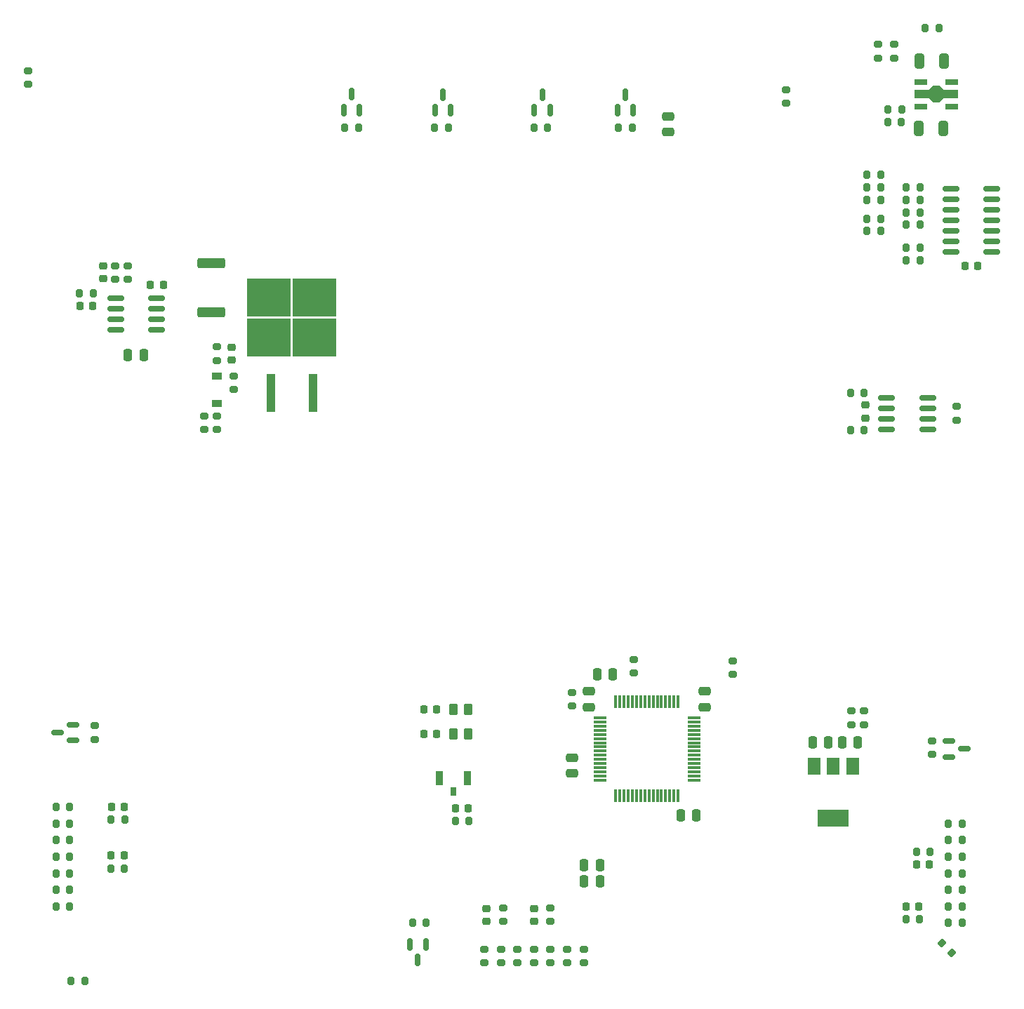
<source format=gbr>
%TF.GenerationSoftware,KiCad,Pcbnew,(6.0.4)*%
%TF.CreationDate,2022-05-04T17:07:43-02:30*%
%TF.ProjectId,interstate,696e7465-7273-4746-9174-652e6b696361,rev?*%
%TF.SameCoordinates,Original*%
%TF.FileFunction,Paste,Top*%
%TF.FilePolarity,Positive*%
%FSLAX46Y46*%
G04 Gerber Fmt 4.6, Leading zero omitted, Abs format (unit mm)*
G04 Created by KiCad (PCBNEW (6.0.4)) date 2022-05-04 17:07:43*
%MOMM*%
%LPD*%
G01*
G04 APERTURE LIST*
G04 Aperture macros list*
%AMRoundRect*
0 Rectangle with rounded corners*
0 $1 Rounding radius*
0 $2 $3 $4 $5 $6 $7 $8 $9 X,Y pos of 4 corners*
0 Add a 4 corners polygon primitive as box body*
4,1,4,$2,$3,$4,$5,$6,$7,$8,$9,$2,$3,0*
0 Add four circle primitives for the rounded corners*
1,1,$1+$1,$2,$3*
1,1,$1+$1,$4,$5*
1,1,$1+$1,$6,$7*
1,1,$1+$1,$8,$9*
0 Add four rect primitives between the rounded corners*
20,1,$1+$1,$2,$3,$4,$5,0*
20,1,$1+$1,$4,$5,$6,$7,0*
20,1,$1+$1,$6,$7,$8,$9,0*
20,1,$1+$1,$8,$9,$2,$3,0*%
%AMFreePoly0*
4,1,13,0.900000,0.500000,2.600000,0.500000,2.600000,-0.500000,0.900000,-0.500000,0.400000,-1.000000,-0.400000,-1.000000,-0.900000,-0.500000,-2.600000,-0.500000,-2.600000,0.500000,-0.900000,0.500000,-0.400000,1.000000,0.400000,1.000000,0.900000,0.500000,0.900000,0.500000,$1*%
G04 Aperture macros list end*
%ADD10R,0.900000X1.700000*%
%ADD11R,0.800000X1.100000*%
%ADD12RoundRect,0.200000X-0.275000X0.200000X-0.275000X-0.200000X0.275000X-0.200000X0.275000X0.200000X0*%
%ADD13RoundRect,0.200000X-0.200000X-0.275000X0.200000X-0.275000X0.200000X0.275000X-0.200000X0.275000X0*%
%ADD14RoundRect,0.225000X-0.250000X0.225000X-0.250000X-0.225000X0.250000X-0.225000X0.250000X0.225000X0*%
%ADD15RoundRect,0.150000X0.825000X0.150000X-0.825000X0.150000X-0.825000X-0.150000X0.825000X-0.150000X0*%
%ADD16RoundRect,0.250000X0.475000X-0.250000X0.475000X0.250000X-0.475000X0.250000X-0.475000X-0.250000X0*%
%ADD17RoundRect,0.250000X0.250000X0.475000X-0.250000X0.475000X-0.250000X-0.475000X0.250000X-0.475000X0*%
%ADD18RoundRect,0.150000X0.150000X-0.587500X0.150000X0.587500X-0.150000X0.587500X-0.150000X-0.587500X0*%
%ADD19RoundRect,0.200000X0.200000X0.275000X-0.200000X0.275000X-0.200000X-0.275000X0.200000X-0.275000X0*%
%ADD20R,1.500000X0.700000*%
%ADD21FreePoly0,0.000000*%
%ADD22RoundRect,0.250000X-0.325000X-0.650000X0.325000X-0.650000X0.325000X0.650000X-0.325000X0.650000X0*%
%ADD23RoundRect,0.075000X-0.700000X-0.075000X0.700000X-0.075000X0.700000X0.075000X-0.700000X0.075000X0*%
%ADD24RoundRect,0.075000X-0.075000X-0.700000X0.075000X-0.700000X0.075000X0.700000X-0.075000X0.700000X0*%
%ADD25RoundRect,0.250000X-0.250000X-0.475000X0.250000X-0.475000X0.250000X0.475000X-0.250000X0.475000X0*%
%ADD26RoundRect,0.250000X-1.425000X0.362500X-1.425000X-0.362500X1.425000X-0.362500X1.425000X0.362500X0*%
%ADD27RoundRect,0.200000X0.275000X-0.200000X0.275000X0.200000X-0.275000X0.200000X-0.275000X-0.200000X0*%
%ADD28RoundRect,0.150000X0.587500X0.150000X-0.587500X0.150000X-0.587500X-0.150000X0.587500X-0.150000X0*%
%ADD29RoundRect,0.250000X0.262500X0.450000X-0.262500X0.450000X-0.262500X-0.450000X0.262500X-0.450000X0*%
%ADD30RoundRect,0.225000X0.225000X0.250000X-0.225000X0.250000X-0.225000X-0.250000X0.225000X-0.250000X0*%
%ADD31RoundRect,0.200000X0.335876X0.053033X0.053033X0.335876X-0.335876X-0.053033X-0.053033X-0.335876X0*%
%ADD32R,1.200000X0.900000*%
%ADD33RoundRect,0.225000X0.250000X-0.225000X0.250000X0.225000X-0.250000X0.225000X-0.250000X-0.225000X0*%
%ADD34RoundRect,0.150000X-0.150000X0.587500X-0.150000X-0.587500X0.150000X-0.587500X0.150000X0.587500X0*%
%ADD35RoundRect,0.225000X-0.225000X-0.250000X0.225000X-0.250000X0.225000X0.250000X-0.225000X0.250000X0*%
%ADD36R,1.500000X2.000000*%
%ADD37R,3.800000X2.000000*%
%ADD38RoundRect,0.218750X-0.218750X-0.256250X0.218750X-0.256250X0.218750X0.256250X-0.218750X0.256250X0*%
%ADD39RoundRect,0.150000X-0.825000X-0.150000X0.825000X-0.150000X0.825000X0.150000X-0.825000X0.150000X0*%
%ADD40R,1.100000X4.600000*%
%ADD41R,5.250000X4.550000*%
%ADD42RoundRect,0.150000X-0.587500X-0.150000X0.587500X-0.150000X0.587500X0.150000X-0.587500X0.150000X0*%
G04 APERTURE END LIST*
D10*
%TO.C,SW1*%
X104600000Y-145506000D03*
X108000000Y-145506000D03*
D11*
X106300000Y-147146000D03*
%TD*%
D12*
%TO.C,R3*%
X146432000Y-62443000D03*
X146432000Y-64093000D03*
%TD*%
%TO.C,R78*%
X55000000Y-60175000D03*
X55000000Y-61825000D03*
%TD*%
D13*
%TO.C,R8*%
X156148000Y-72666000D03*
X157798000Y-72666000D03*
%TD*%
%TO.C,R76*%
X154175000Y-103500000D03*
X155825000Y-103500000D03*
%TD*%
D14*
%TO.C,C10*%
X79500000Y-93525000D03*
X79500000Y-95075000D03*
%TD*%
D15*
%TO.C,U1*%
X166275000Y-82060000D03*
X166275000Y-80790000D03*
X166275000Y-79520000D03*
X166275000Y-78250000D03*
X166275000Y-76980000D03*
X166275000Y-75710000D03*
X166275000Y-74440000D03*
X171225000Y-74440000D03*
X171225000Y-75710000D03*
X171225000Y-76980000D03*
X171225000Y-78250000D03*
X171225000Y-79520000D03*
X171225000Y-80790000D03*
X171225000Y-82060000D03*
%TD*%
D16*
%TO.C,C19*%
X122625000Y-136950000D03*
X122625000Y-135050000D03*
%TD*%
D13*
%TO.C,R60*%
X166000000Y-153000000D03*
X167650000Y-153000000D03*
%TD*%
D12*
%TO.C,R38*%
X164000000Y-141000000D03*
X164000000Y-142650000D03*
%TD*%
D13*
%TO.C,R63*%
X166000000Y-159000000D03*
X167650000Y-159000000D03*
%TD*%
D17*
%TO.C,C7*%
X151512000Y-141224000D03*
X149612000Y-141224000D03*
%TD*%
D18*
%TO.C,Q2*%
X116050000Y-64937500D03*
X117950000Y-64937500D03*
X117000000Y-63062500D03*
%TD*%
D19*
%TO.C,R54*%
X58350000Y-157000000D03*
X60000000Y-157000000D03*
%TD*%
D16*
%TO.C,C20*%
X120625000Y-144950000D03*
X120625000Y-143050000D03*
%TD*%
D20*
%TO.C,U4*%
X162650000Y-61500000D03*
D21*
X164500000Y-63000000D03*
D20*
X162650000Y-64500000D03*
X166350000Y-64500000D03*
X166350000Y-61500000D03*
%TD*%
D13*
%TO.C,R9*%
X156175000Y-79500000D03*
X157825000Y-79500000D03*
%TD*%
D12*
%TO.C,R66*%
X122000000Y-166175000D03*
X122000000Y-167825000D03*
%TD*%
D22*
%TO.C,C4*%
X162405000Y-67078000D03*
X165355000Y-67078000D03*
%TD*%
D17*
%TO.C,C6*%
X68900000Y-94500000D03*
X67000000Y-94500000D03*
%TD*%
D23*
%TO.C,U9*%
X123950000Y-138250000D03*
X123950000Y-138750000D03*
X123950000Y-139250000D03*
X123950000Y-139750000D03*
X123950000Y-140250000D03*
X123950000Y-140750000D03*
X123950000Y-141250000D03*
X123950000Y-141750000D03*
X123950000Y-142250000D03*
X123950000Y-142750000D03*
X123950000Y-143250000D03*
X123950000Y-143750000D03*
X123950000Y-144250000D03*
X123950000Y-144750000D03*
X123950000Y-145250000D03*
X123950000Y-145750000D03*
D24*
X125875000Y-147675000D03*
X126375000Y-147675000D03*
X126875000Y-147675000D03*
X127375000Y-147675000D03*
X127875000Y-147675000D03*
X128375000Y-147675000D03*
X128875000Y-147675000D03*
X129375000Y-147675000D03*
X129875000Y-147675000D03*
X130375000Y-147675000D03*
X130875000Y-147675000D03*
X131375000Y-147675000D03*
X131875000Y-147675000D03*
X132375000Y-147675000D03*
X132875000Y-147675000D03*
X133375000Y-147675000D03*
D23*
X135300000Y-145750000D03*
X135300000Y-145250000D03*
X135300000Y-144750000D03*
X135300000Y-144250000D03*
X135300000Y-143750000D03*
X135300000Y-143250000D03*
X135300000Y-142750000D03*
X135300000Y-142250000D03*
X135300000Y-141750000D03*
X135300000Y-141250000D03*
X135300000Y-140750000D03*
X135300000Y-140250000D03*
X135300000Y-139750000D03*
X135300000Y-139250000D03*
X135300000Y-138750000D03*
X135300000Y-138250000D03*
D24*
X133375000Y-136325000D03*
X132875000Y-136325000D03*
X132375000Y-136325000D03*
X131875000Y-136325000D03*
X131375000Y-136325000D03*
X130875000Y-136325000D03*
X130375000Y-136325000D03*
X129875000Y-136325000D03*
X129375000Y-136325000D03*
X128875000Y-136325000D03*
X128375000Y-136325000D03*
X127875000Y-136325000D03*
X127375000Y-136325000D03*
X126875000Y-136325000D03*
X126375000Y-136325000D03*
X125875000Y-136325000D03*
%TD*%
D25*
%TO.C,C25*%
X122050000Y-156000000D03*
X123950000Y-156000000D03*
%TD*%
D26*
%TO.C,R21*%
X77050000Y-83387500D03*
X77050000Y-89312500D03*
%TD*%
D27*
%TO.C,R5*%
X157481000Y-58632000D03*
X157481000Y-56982000D03*
%TD*%
D28*
%TO.C,Q6*%
X60387500Y-140950000D03*
X60387500Y-139050000D03*
X58512500Y-140000000D03*
%TD*%
D29*
%TO.C,R46*%
X106253000Y-140182000D03*
X108078000Y-140182000D03*
%TD*%
D30*
%TO.C,C13*%
X162450000Y-161036000D03*
X160900000Y-161036000D03*
%TD*%
D13*
%TO.C,R14*%
X158675000Y-66316000D03*
X160325000Y-66316000D03*
%TD*%
D12*
%TO.C,R17*%
X67000000Y-83675000D03*
X67000000Y-85325000D03*
%TD*%
D19*
%TO.C,R53*%
X60000000Y-159000000D03*
X58350000Y-159000000D03*
%TD*%
D13*
%TO.C,R43*%
X160925000Y-74250000D03*
X162575000Y-74250000D03*
%TD*%
D27*
%TO.C,R49*%
X128017000Y-132825000D03*
X128017000Y-131175000D03*
%TD*%
D12*
%TO.C,R68*%
X118000000Y-167825000D03*
X118000000Y-166175000D03*
%TD*%
D19*
%TO.C,R29*%
X62825000Y-87000000D03*
X61175000Y-87000000D03*
%TD*%
D17*
%TO.C,C24*%
X135575000Y-150000000D03*
X133675000Y-150000000D03*
%TD*%
D31*
%TO.C,R81*%
X166408363Y-166583363D03*
X165241637Y-165416637D03*
%TD*%
D19*
%TO.C,R12*%
X157798000Y-75750000D03*
X156148000Y-75750000D03*
%TD*%
D16*
%TO.C,C21*%
X136625000Y-136950000D03*
X136625000Y-135050000D03*
%TD*%
D13*
%TO.C,R64*%
X166000000Y-161000000D03*
X167650000Y-161000000D03*
%TD*%
D22*
%TO.C,C8*%
X162525000Y-59000000D03*
X165475000Y-59000000D03*
%TD*%
D13*
%TO.C,R42*%
X160925000Y-75750000D03*
X162575000Y-75750000D03*
%TD*%
%TO.C,R61*%
X167650000Y-155000000D03*
X166000000Y-155000000D03*
%TD*%
D25*
%TO.C,C5*%
X153162000Y-141224000D03*
X155062000Y-141224000D03*
%TD*%
D12*
%TO.C,R69*%
X116000000Y-166175000D03*
X116000000Y-167825000D03*
%TD*%
D27*
%TO.C,R37*%
X63000000Y-140825000D03*
X63000000Y-139175000D03*
%TD*%
D19*
%TO.C,R52*%
X60000000Y-161000000D03*
X58350000Y-161000000D03*
%TD*%
D12*
%TO.C,R26*%
X79775000Y-97000000D03*
X79775000Y-98650000D03*
%TD*%
D13*
%TO.C,R34*%
X160850000Y-162536000D03*
X162500000Y-162536000D03*
%TD*%
D27*
%TO.C,R4*%
X159481000Y-58632000D03*
X159481000Y-56982000D03*
%TD*%
D13*
%TO.C,R1*%
X93175000Y-67000000D03*
X94825000Y-67000000D03*
%TD*%
%TO.C,R65*%
X166000000Y-163000000D03*
X167650000Y-163000000D03*
%TD*%
D27*
%TO.C,R51*%
X120625000Y-136825000D03*
X120625000Y-135175000D03*
%TD*%
D32*
%TO.C,D1*%
X77775000Y-97000000D03*
X77775000Y-100300000D03*
%TD*%
D19*
%TO.C,R56*%
X60000000Y-153000000D03*
X58350000Y-153000000D03*
%TD*%
D12*
%TO.C,R15*%
X155830000Y-137399000D03*
X155830000Y-139049000D03*
%TD*%
D13*
%TO.C,R2*%
X116000000Y-67000000D03*
X117650000Y-67000000D03*
%TD*%
D33*
%TO.C,C12*%
X116000000Y-162775000D03*
X116000000Y-161225000D03*
%TD*%
D13*
%TO.C,R62*%
X166000000Y-157000000D03*
X167650000Y-157000000D03*
%TD*%
D27*
%TO.C,R18*%
X65500000Y-85325000D03*
X65500000Y-83675000D03*
%TD*%
D34*
%TO.C,Q8*%
X102950000Y-165612500D03*
X101050000Y-165612500D03*
X102000000Y-167487500D03*
%TD*%
D27*
%TO.C,R28*%
X76201000Y-103463000D03*
X76201000Y-101813000D03*
%TD*%
D35*
%TO.C,C1*%
X167975000Y-83750000D03*
X169525000Y-83750000D03*
%TD*%
D36*
%TO.C,U3*%
X154412000Y-144074000D03*
X152112000Y-144074000D03*
X149812000Y-144074000D03*
D37*
X152112000Y-150374000D03*
%TD*%
D25*
%TO.C,C9*%
X122050000Y-158000000D03*
X123950000Y-158000000D03*
%TD*%
D30*
%TO.C,C18*%
X106541000Y-149120000D03*
X108091000Y-149120000D03*
%TD*%
D19*
%TO.C,R79*%
X164825000Y-55000000D03*
X163175000Y-55000000D03*
%TD*%
D16*
%TO.C,C27*%
X132207000Y-67559000D03*
X132207000Y-65659000D03*
%TD*%
D38*
%TO.C,D3*%
X104278000Y-137182000D03*
X102703000Y-137182000D03*
%TD*%
D12*
%TO.C,R16*%
X154306000Y-137399000D03*
X154306000Y-139049000D03*
%TD*%
D13*
%TO.C,R11*%
X156148000Y-74190000D03*
X157798000Y-74190000D03*
%TD*%
D39*
%TO.C,U7*%
X158525000Y-99595000D03*
X158525000Y-100865000D03*
X158525000Y-102135000D03*
X158525000Y-103405000D03*
X163475000Y-103405000D03*
X163475000Y-102135000D03*
X163475000Y-100865000D03*
X163475000Y-99595000D03*
%TD*%
D35*
%TO.C,C15*%
X65050000Y-149000000D03*
X66600000Y-149000000D03*
%TD*%
D25*
%TO.C,C22*%
X123625000Y-133000000D03*
X125525000Y-133000000D03*
%TD*%
D13*
%TO.C,R7*%
X126175000Y-67000000D03*
X127825000Y-67000000D03*
%TD*%
%TO.C,R40*%
X160925000Y-78750000D03*
X162575000Y-78750000D03*
%TD*%
%TO.C,R80*%
X60175000Y-170000000D03*
X61825000Y-170000000D03*
%TD*%
D12*
%TO.C,R70*%
X114000000Y-166175000D03*
X114000000Y-167825000D03*
%TD*%
D19*
%TO.C,R44*%
X162575000Y-81500000D03*
X160925000Y-81500000D03*
%TD*%
D12*
%TO.C,R72*%
X110000000Y-166175000D03*
X110000000Y-167825000D03*
%TD*%
D29*
%TO.C,R47*%
X106253000Y-137182000D03*
X108078000Y-137182000D03*
%TD*%
D19*
%TO.C,R57*%
X60000000Y-151000000D03*
X58350000Y-151000000D03*
%TD*%
%TO.C,R58*%
X60000000Y-149000000D03*
X58350000Y-149000000D03*
%TD*%
D13*
%TO.C,R41*%
X160925000Y-77250000D03*
X162575000Y-77250000D03*
%TD*%
D30*
%TO.C,C14*%
X163716000Y-155932000D03*
X162166000Y-155932000D03*
%TD*%
D13*
%TO.C,R6*%
X104000000Y-67000000D03*
X105650000Y-67000000D03*
%TD*%
D12*
%TO.C,R71*%
X112000000Y-166175000D03*
X112000000Y-167825000D03*
%TD*%
D33*
%TO.C,C28*%
X64000000Y-85275000D03*
X64000000Y-83725000D03*
%TD*%
D30*
%TO.C,C29*%
X71275000Y-86000000D03*
X69725000Y-86000000D03*
%TD*%
D18*
%TO.C,Q4*%
X126050000Y-64937500D03*
X127950000Y-64937500D03*
X127000000Y-63062500D03*
%TD*%
D27*
%TO.C,R73*%
X77775000Y-103475000D03*
X77775000Y-101825000D03*
%TD*%
D40*
%TO.C,Q5*%
X89315000Y-99075000D03*
X84235000Y-99075000D03*
D41*
X89550000Y-87500000D03*
X84000000Y-87500000D03*
X89550000Y-92350000D03*
X84000000Y-92350000D03*
%TD*%
D18*
%TO.C,Q3*%
X104050000Y-64937500D03*
X105950000Y-64937500D03*
X105000000Y-63062500D03*
%TD*%
D27*
%TO.C,R30*%
X139955000Y-131341000D03*
X139955000Y-132991000D03*
%TD*%
D19*
%TO.C,R10*%
X157825000Y-78000000D03*
X156175000Y-78000000D03*
%TD*%
%TO.C,R39*%
X103000000Y-163000000D03*
X101350000Y-163000000D03*
%TD*%
D13*
%TO.C,R50*%
X108141000Y-150644000D03*
X106491000Y-150644000D03*
%TD*%
D33*
%TO.C,C17*%
X156000000Y-102050000D03*
X156000000Y-100500000D03*
%TD*%
D35*
%TO.C,C16*%
X65000000Y-154835000D03*
X66550000Y-154835000D03*
%TD*%
D12*
%TO.C,R67*%
X120000000Y-166175000D03*
X120000000Y-167825000D03*
%TD*%
D19*
%TO.C,R32*%
X66650000Y-150500000D03*
X65000000Y-150500000D03*
%TD*%
D13*
%TO.C,R13*%
X158688000Y-64792000D03*
X160338000Y-64792000D03*
%TD*%
%TO.C,R75*%
X154175000Y-99000000D03*
X155825000Y-99000000D03*
%TD*%
D42*
%TO.C,Q7*%
X166062500Y-141050000D03*
X166062500Y-142950000D03*
X167937500Y-142000000D03*
%TD*%
D12*
%TO.C,R48*%
X167000000Y-100675000D03*
X167000000Y-102325000D03*
%TD*%
D39*
%TO.C,U6*%
X65525000Y-87595000D03*
X65525000Y-88865000D03*
X65525000Y-90135000D03*
X65525000Y-91405000D03*
X70475000Y-91405000D03*
X70475000Y-90135000D03*
X70475000Y-88865000D03*
X70475000Y-87595000D03*
%TD*%
D38*
%TO.C,D2*%
X104278000Y-140182000D03*
X102703000Y-140182000D03*
%TD*%
D18*
%TO.C,Q1*%
X93050000Y-64875000D03*
X94950000Y-64875000D03*
X94000000Y-63000000D03*
%TD*%
D12*
%TO.C,R36*%
X112268000Y-161175000D03*
X112268000Y-162825000D03*
%TD*%
D27*
%TO.C,R27*%
X77775000Y-95125000D03*
X77775000Y-93475000D03*
%TD*%
D12*
%TO.C,R35*%
X118000000Y-161175000D03*
X118000000Y-162825000D03*
%TD*%
D30*
%TO.C,C30*%
X62775000Y-88500000D03*
X61225000Y-88500000D03*
%TD*%
D13*
%TO.C,R59*%
X166000000Y-151000000D03*
X167650000Y-151000000D03*
%TD*%
D33*
%TO.C,C11*%
X110268000Y-162775000D03*
X110268000Y-161225000D03*
%TD*%
D19*
%TO.C,R31*%
X66600000Y-156400000D03*
X64950000Y-156400000D03*
%TD*%
%TO.C,R55*%
X60000000Y-155000000D03*
X58350000Y-155000000D03*
%TD*%
%TO.C,R45*%
X162575000Y-83000000D03*
X160925000Y-83000000D03*
%TD*%
D13*
%TO.C,R33*%
X162116000Y-154432000D03*
X163766000Y-154432000D03*
%TD*%
M02*

</source>
